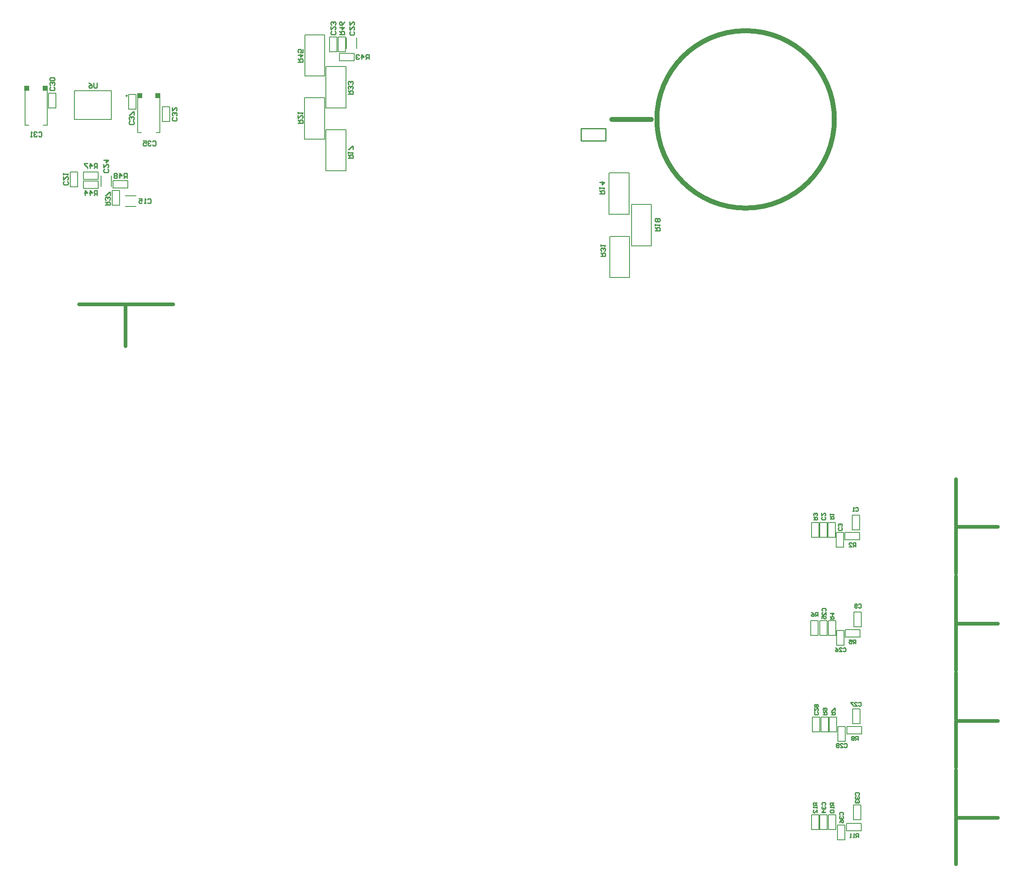
<source format=gbr>
%TF.GenerationSoftware,Altium Limited,Altium Designer,24.7.2 (38)*%
G04 Layer_Color=32896*
%FSLAX43Y43*%
%MOMM*%
%TF.SameCoordinates,3DDE4B3C-03A5-4BC3-9972-2EF5A5DF1AA7*%
%TF.FilePolarity,Positive*%
%TF.FileFunction,Legend,Bot*%
%TF.Part,Single*%
G01*
G75*
%TA.AperFunction,NonConductor*%
%ADD79C,0.250*%
%ADD80C,1.016*%
%ADD81C,0.200*%
%ADD82C,0.762*%
%ADD83C,0.254*%
%ADD84R,1.000X1.000*%
%ADD85R,1.000X1.000*%
D79*
X37550Y198955D02*
G03*
X37550Y198955I-125J0D01*
G01*
D80*
X164834Y212363D02*
G03*
X164954Y212363I120J-18288D01*
G01*
X164834Y212363D02*
G03*
X164954Y212363I120J-18288D01*
G01*
X137395Y194075D02*
X145523D01*
D81*
X187138Y49619D02*
Y52667D01*
X188662D01*
X187138Y49619D02*
X188662D01*
Y52667D01*
X181988Y47551D02*
Y50599D01*
X183512D01*
X181988Y47551D02*
X183512D01*
Y50599D01*
X180037Y47551D02*
Y50599D01*
X178513Y47551D02*
X180037D01*
X178513Y50599D02*
X180037D01*
X178513Y47551D02*
Y50599D01*
X183966Y65764D02*
Y68812D01*
X185490D01*
X183966Y65764D02*
X185490D01*
Y68812D01*
X185776Y47333D02*
X188824D01*
X185776D02*
Y48857D01*
X188824Y47333D02*
Y48857D01*
X185776D02*
X188824D01*
X186988Y69441D02*
Y72489D01*
X188512D01*
X186988Y69441D02*
X188512D01*
Y72489D01*
X182037Y67776D02*
Y70824D01*
X180513Y67776D02*
X182037D01*
X180513Y70824D02*
X182037D01*
X180513Y67776D02*
Y70824D01*
X182213Y67776D02*
Y70824D01*
X183737D01*
X182213Y67776D02*
X183737D01*
Y70824D01*
X185801Y67333D02*
X188849D01*
X185801D02*
Y68857D01*
X188849Y67333D02*
Y68857D01*
X185801D02*
X188849D01*
X181990Y87676D02*
Y90724D01*
X183514D01*
X181990Y87676D02*
X183514D01*
Y90724D01*
X185476Y87333D02*
X188524D01*
X185476D02*
Y88857D01*
X188524Y87333D02*
Y88857D01*
X185476D02*
X188524D01*
X186938Y109401D02*
Y112449D01*
X188462D01*
X186938Y109401D02*
X188462D01*
Y112449D01*
X183915Y45453D02*
Y48501D01*
X185439D01*
X183915Y45453D02*
X185439D01*
Y48501D01*
X179862Y87676D02*
Y90724D01*
X178338Y87676D02*
X179862D01*
X178338Y90724D02*
X179862D01*
X178338Y87676D02*
Y90724D01*
X187238Y89441D02*
Y92489D01*
X188762D01*
X187238Y89441D02*
X188762D01*
Y92489D01*
X183713Y85601D02*
Y88649D01*
X185237D01*
X183713Y85601D02*
X185237D01*
Y88649D01*
X180213Y87676D02*
Y90724D01*
X181737D01*
X180213Y87676D02*
X181737D01*
Y90724D01*
X180263Y47551D02*
Y50599D01*
X181787D01*
X180263Y47551D02*
X181787D01*
Y50599D01*
X178738Y67776D02*
Y70824D01*
X180262D01*
X178738Y67776D02*
X180262D01*
Y70824D01*
X180087Y107877D02*
Y110925D01*
X178563Y107877D02*
X180087D01*
X178563Y110925D02*
X180087D01*
X178563Y107877D02*
Y110925D01*
X180246Y107877D02*
Y110925D01*
X181770D01*
X180246Y107877D02*
X181770D01*
Y110925D01*
X181963Y107877D02*
Y110925D01*
X183487D01*
X181963Y107877D02*
X183487D01*
Y110925D01*
X185414Y107333D02*
X188462D01*
X185414D02*
Y108857D01*
X188462Y107333D02*
Y108857D01*
X185414D02*
X188462D01*
X183664Y105809D02*
Y108857D01*
X185188D01*
X183664Y105809D02*
X185188D01*
Y108857D01*
X26650Y200025D02*
X34250D01*
X26650Y194075D02*
Y200025D01*
Y194075D02*
X34250D01*
Y200025D01*
X136975Y161450D02*
Y169975D01*
X137025D02*
X141075D01*
X136975Y161450D02*
X141075D01*
Y169975D01*
X78500Y196475D02*
Y205000D01*
X82600D01*
X78500Y196475D02*
X82550D01*
X82600D02*
Y205000D01*
X78500Y183439D02*
Y191964D01*
X82600D01*
X78500Y183439D02*
X82550D01*
X82600D02*
Y191964D01*
X44275Y191350D02*
Y198650D01*
X43475D02*
X44275D01*
X39675Y191350D02*
Y198650D01*
X43475Y191350D02*
X44275D01*
X39675Y198650D02*
X40475D01*
X39675Y191350D02*
X40475D01*
X81251Y206213D02*
X84299D01*
X81251D02*
Y207737D01*
X84299Y206213D02*
Y207737D01*
X81251D02*
X84299D01*
X79238Y208001D02*
Y211049D01*
X80762D01*
X79238Y208001D02*
X80762D01*
Y211049D01*
X82700Y208675D02*
Y210875D01*
X84850Y208675D02*
Y210875D01*
X74071Y189989D02*
Y198514D01*
X78171D01*
X74071Y189989D02*
X78121D01*
X78171D02*
Y198514D01*
X74125Y203000D02*
Y211525D01*
X78225D01*
X74125Y203000D02*
X78175D01*
X78225D02*
Y211525D01*
X82537Y208001D02*
Y211049D01*
X81013Y208001D02*
X82537D01*
X81013Y211049D02*
X82537D01*
X81013Y208001D02*
Y211049D01*
X21338Y196461D02*
Y199509D01*
X22862D01*
X21338Y196461D02*
X22862D01*
Y199509D01*
X46312Y193651D02*
Y196699D01*
X44788Y193651D02*
X46312D01*
X44788Y196699D02*
X46312D01*
X44788Y193651D02*
Y196699D01*
X37863Y196222D02*
Y199270D01*
X39387D01*
X37863Y196222D02*
X39387D01*
Y199270D01*
X21050Y192850D02*
Y200150D01*
X20250D02*
X21050D01*
X16450Y192850D02*
Y200150D01*
X20250Y192850D02*
X21050D01*
X16450Y200150D02*
X17250D01*
X16450Y192850D02*
X17250D01*
X140941Y174517D02*
Y183042D01*
X136841Y174517D02*
X140941D01*
X136891Y183042D02*
X140941D01*
X136841Y174517D02*
Y183042D01*
X145550Y167975D02*
Y176500D01*
X141450Y167975D02*
X145550D01*
X141500Y176500D02*
X145550D01*
X141450Y167975D02*
Y176500D01*
X32115Y180290D02*
Y182490D01*
X34265Y180290D02*
Y182490D01*
X28486Y181728D02*
X31534D01*
X28486D02*
Y183252D01*
X31534Y181728D02*
Y183252D01*
X28486D02*
X31534D01*
X37123Y178275D02*
X39323D01*
X37123Y176125D02*
X39323D01*
X34413Y176351D02*
Y179399D01*
X35937D01*
X34413Y176351D02*
X35937D01*
Y179399D01*
X25798Y180204D02*
Y183252D01*
X27322D01*
X25798Y180204D02*
X27322D01*
Y183252D01*
X34596Y181412D02*
X37644D01*
Y179888D02*
Y181412D01*
X34596Y179888D02*
Y181412D01*
Y179888D02*
X37644D01*
X28486Y181402D02*
X31534D01*
Y179878D02*
Y181402D01*
X28486Y179878D02*
Y181402D01*
Y179878D02*
X31534D01*
D82*
X208255Y50381D02*
Y59906D01*
Y50051D02*
X216891D01*
X208255Y40475D02*
Y50051D01*
Y70381D02*
Y79906D01*
Y70051D02*
X216891D01*
X208255Y60475D02*
Y70051D01*
Y90381D02*
Y99906D01*
Y90051D02*
X216891D01*
X208255Y80475D02*
Y90051D01*
Y110381D02*
Y119906D01*
Y110051D02*
X216891D01*
X208255Y100475D02*
Y110051D01*
X27555Y155975D02*
X37131D01*
Y147339D02*
Y155975D01*
X37461D02*
X46986D01*
D83*
X136090Y189630D02*
Y192170D01*
X131010D02*
X136090D01*
X131010Y189630D02*
Y192170D01*
Y189630D02*
X136090D01*
X179675Y53100D02*
X178875D01*
Y52700D01*
X179008Y52567D01*
X179275D01*
X179408Y52700D01*
Y53100D01*
Y52833D02*
X179675Y52567D01*
Y52300D02*
Y52033D01*
Y52167D01*
X178875D01*
X179008Y52300D01*
X179675Y51100D02*
Y51633D01*
X179142Y51100D01*
X179008D01*
X178875Y51234D01*
Y51500D01*
X179008Y51633D01*
X188166Y45978D02*
Y46777D01*
X187766D01*
X187633Y46644D01*
Y46377D01*
X187766Y46244D01*
X188166D01*
X187900D02*
X187633Y45978D01*
X187367D02*
X187100D01*
X187233D01*
Y46777D01*
X187367Y46644D01*
X186700Y45978D02*
X186434D01*
X186567D01*
Y46777D01*
X186700Y46644D01*
X183150Y53100D02*
X182350D01*
Y52700D01*
X182484Y52567D01*
X182750D01*
X182883Y52700D01*
Y53100D01*
Y52833D02*
X183150Y52567D01*
Y52300D02*
Y52033D01*
Y52167D01*
X182350D01*
X182484Y52300D01*
Y51633D02*
X182350Y51500D01*
Y51234D01*
X182484Y51100D01*
X183017D01*
X183150Y51234D01*
Y51500D01*
X183017Y51633D01*
X182484D01*
X180875Y71334D02*
X181675D01*
Y71733D01*
X181542Y71867D01*
X181275D01*
X181142Y71733D01*
Y71334D01*
Y71600D02*
X180875Y71867D01*
X181008Y72133D02*
X180875Y72267D01*
Y72533D01*
X181008Y72666D01*
X181542D01*
X181675Y72533D01*
Y72267D01*
X181542Y72133D01*
X181408D01*
X181275Y72267D01*
Y72666D01*
X188092Y66020D02*
Y66820D01*
X187692D01*
X187558Y66687D01*
Y66420D01*
X187692Y66287D01*
X188092D01*
X187825D02*
X187558Y66020D01*
X187292Y66687D02*
X187159Y66820D01*
X186892D01*
X186759Y66687D01*
Y66553D01*
X186892Y66420D01*
X186759Y66287D01*
Y66154D01*
X186892Y66020D01*
X187159D01*
X187292Y66154D01*
Y66287D01*
X187159Y66420D01*
X187292Y66553D01*
Y66687D01*
X187159Y66420D02*
X186892D01*
X182575Y71299D02*
X183375D01*
Y71699D01*
X183242Y71832D01*
X182975D01*
X182842Y71699D01*
Y71299D01*
Y71565D02*
X182575Y71832D01*
X183375Y72098D02*
Y72632D01*
X183242D01*
X182708Y72098D01*
X182575D01*
X179818Y91588D02*
Y92388D01*
X179418D01*
X179285Y92254D01*
Y91988D01*
X179418Y91855D01*
X179818D01*
X179551D02*
X179285Y91588D01*
X178485Y92388D02*
X178752Y92254D01*
X179018Y91988D01*
Y91721D01*
X178885Y91588D01*
X178618D01*
X178485Y91721D01*
Y91855D01*
X178618Y91988D01*
X179018D01*
X187617Y85945D02*
Y86745D01*
X187217D01*
X187083Y86612D01*
Y86345D01*
X187217Y86212D01*
X187617D01*
X187350D02*
X187083Y85945D01*
X186284Y86745D02*
X186817D01*
Y86345D01*
X186550Y86478D01*
X186417D01*
X186284Y86345D01*
Y86078D01*
X186417Y85945D01*
X186684D01*
X186817Y86078D01*
X182353Y90984D02*
X183152D01*
Y91383D01*
X183019Y91517D01*
X182752D01*
X182619Y91383D01*
Y90984D01*
Y91250D02*
X182353Y91517D01*
Y92183D02*
X183152D01*
X182752Y91783D01*
Y92316D01*
X178925Y111518D02*
X179725D01*
Y111918D01*
X179591Y112052D01*
X179325D01*
X179192Y111918D01*
Y111518D01*
Y111785D02*
X178925Y112052D01*
X179591Y112318D02*
X179725Y112451D01*
Y112718D01*
X179591Y112851D01*
X179458D01*
X179325Y112718D01*
Y112585D01*
Y112718D01*
X179192Y112851D01*
X179058D01*
X178925Y112718D01*
Y112451D01*
X179058Y112318D01*
X187604Y105933D02*
Y106733D01*
X187205D01*
X187071Y106600D01*
Y106333D01*
X187205Y106200D01*
X187604D01*
X187338D02*
X187071Y105933D01*
X186272D02*
X186805D01*
X186272Y106466D01*
Y106600D01*
X186405Y106733D01*
X186671D01*
X186805Y106600D01*
X182325Y111652D02*
X183125D01*
Y112052D01*
X182991Y112185D01*
X182725D01*
X182592Y112052D01*
Y111652D01*
Y111918D02*
X182325Y112185D01*
Y112451D02*
Y112718D01*
Y112585D01*
X183125D01*
X182991Y112451D01*
X184411Y50608D02*
X184278Y50742D01*
Y51008D01*
X184411Y51141D01*
X184944D01*
X185077Y51008D01*
Y50742D01*
X184944Y50608D01*
X184411Y50342D02*
X184278Y50208D01*
Y49942D01*
X184411Y49808D01*
X184544D01*
X184677Y49942D01*
Y50075D01*
Y49942D01*
X184811Y49808D01*
X184944D01*
X185077Y49942D01*
Y50208D01*
X184944Y50342D01*
X184278Y49009D02*
X184411Y49275D01*
X184677Y49542D01*
X184944D01*
X185077Y49409D01*
Y49142D01*
X184944Y49009D01*
X184811D01*
X184677Y49142D01*
Y49542D01*
X180759Y52633D02*
X180625Y52766D01*
Y53033D01*
X180759Y53166D01*
X181292D01*
X181425Y53033D01*
Y52766D01*
X181292Y52633D01*
X180759Y52367D02*
X180625Y52233D01*
Y51967D01*
X180759Y51833D01*
X180892D01*
X181025Y51967D01*
Y52100D01*
Y51967D01*
X181158Y51833D01*
X181292D01*
X181425Y51967D01*
Y52233D01*
X181292Y52367D01*
X181425Y51167D02*
X180625D01*
X181025Y51567D01*
Y51034D01*
X187684Y54696D02*
X187550Y54829D01*
Y55096D01*
X187684Y55229D01*
X188217D01*
X188350Y55096D01*
Y54829D01*
X188217Y54696D01*
X187684Y54430D02*
X187550Y54296D01*
Y54030D01*
X187684Y53896D01*
X187817D01*
X187950Y54030D01*
Y54163D01*
Y54030D01*
X188083Y53896D01*
X188217D01*
X188350Y54030D01*
Y54296D01*
X188217Y54430D01*
X187684Y53630D02*
X187550Y53497D01*
Y53230D01*
X187684Y53097D01*
X187817D01*
X187950Y53230D01*
Y53363D01*
Y53230D01*
X188083Y53097D01*
X188217D01*
X188350Y53230D01*
Y53497D01*
X188217Y53630D01*
X185262Y65222D02*
X185395Y65355D01*
X185662D01*
X185795Y65222D01*
Y64688D01*
X185662Y64555D01*
X185395D01*
X185262Y64688D01*
X184462Y64555D02*
X184995D01*
X184462Y65088D01*
Y65222D01*
X184595Y65355D01*
X184862D01*
X184995Y65222D01*
X184195Y64688D02*
X184062Y64555D01*
X183796D01*
X183662Y64688D01*
Y65222D01*
X183796Y65355D01*
X184062D01*
X184195Y65222D01*
Y65088D01*
X184062Y64955D01*
X183662D01*
X179767Y71817D02*
X179900Y71684D01*
Y71417D01*
X179767Y71284D01*
X179233D01*
X179100Y71417D01*
Y71684D01*
X179233Y71817D01*
X179100Y72617D02*
Y72083D01*
X179633Y72617D01*
X179767D01*
X179900Y72483D01*
Y72217D01*
X179767Y72083D01*
Y72883D02*
X179900Y73016D01*
Y73283D01*
X179767Y73416D01*
X179633D01*
X179500Y73283D01*
X179367Y73416D01*
X179233D01*
X179100Y73283D01*
Y73016D01*
X179233Y72883D01*
X179367D01*
X179500Y73016D01*
X179633Y72883D01*
X179767D01*
X179500Y73016D02*
Y73283D01*
X188183Y73742D02*
X188316Y73875D01*
X188583D01*
X188716Y73742D01*
Y73208D01*
X188583Y73075D01*
X188316D01*
X188183Y73208D01*
X187383Y73075D02*
X187917D01*
X187383Y73608D01*
Y73742D01*
X187517Y73875D01*
X187783D01*
X187917Y73742D01*
X187117Y73875D02*
X186584D01*
Y73742D01*
X187117Y73208D01*
Y73075D01*
X185033Y84967D02*
X185166Y85100D01*
X185433D01*
X185566Y84967D01*
Y84433D01*
X185433Y84300D01*
X185166D01*
X185033Y84433D01*
X184233Y84300D02*
X184767D01*
X184233Y84833D01*
Y84967D01*
X184367Y85100D01*
X184633D01*
X184767Y84967D01*
X183434Y85100D02*
X183700Y84967D01*
X183967Y84700D01*
Y84433D01*
X183834Y84300D01*
X183567D01*
X183434Y84433D01*
Y84567D01*
X183567Y84700D01*
X183967D01*
X180834Y92683D02*
X180700Y92816D01*
Y93083D01*
X180834Y93216D01*
X181367D01*
X181500Y93083D01*
Y92816D01*
X181367Y92683D01*
X181500Y91883D02*
Y92417D01*
X180967Y91883D01*
X180834D01*
X180700Y92017D01*
Y92283D01*
X180834Y92417D01*
X180700Y91084D02*
Y91617D01*
X181100D01*
X180967Y91350D01*
Y91217D01*
X181100Y91084D01*
X181367D01*
X181500Y91217D01*
Y91484D01*
X181367Y91617D01*
X188200Y94007D02*
X188334Y94140D01*
X188600D01*
X188733Y94007D01*
Y93474D01*
X188600Y93341D01*
X188334D01*
X188200Y93474D01*
X187934D02*
X187800Y93341D01*
X187534D01*
X187400Y93474D01*
Y94007D01*
X187534Y94140D01*
X187800D01*
X187934Y94007D01*
Y93874D01*
X187800Y93740D01*
X187400D01*
X184693Y109868D02*
X184826Y109734D01*
Y109468D01*
X184693Y109335D01*
X184160D01*
X184027Y109468D01*
Y109734D01*
X184160Y109868D01*
X184693Y110134D02*
X184826Y110268D01*
Y110534D01*
X184693Y110667D01*
X184560D01*
X184426Y110534D01*
Y110401D01*
Y110534D01*
X184293Y110667D01*
X184160D01*
X184027Y110534D01*
Y110268D01*
X184160Y110134D01*
X181275Y112052D02*
X181408Y111918D01*
Y111652D01*
X181275Y111518D01*
X180741D01*
X180608Y111652D01*
Y111918D01*
X180741Y112052D01*
X180608Y112851D02*
Y112318D01*
X181141Y112851D01*
X181275D01*
X181408Y112718D01*
Y112451D01*
X181275Y112318D01*
X187575Y113917D02*
X187708Y114050D01*
X187975D01*
X188108Y113917D01*
Y113383D01*
X187975Y113250D01*
X187708D01*
X187575Y113383D01*
X187308Y113250D02*
X187042D01*
X187175D01*
Y114050D01*
X187308Y113917D01*
X31283Y201600D02*
Y200767D01*
X31116Y200600D01*
X30783D01*
X30617Y200767D01*
Y201600D01*
X29617D02*
X29950Y201433D01*
X30283Y201100D01*
Y200767D01*
X30117Y200600D01*
X29784D01*
X29617Y200767D01*
Y200933D01*
X29784Y201100D01*
X30283D01*
X37453Y181990D02*
Y182990D01*
X36953D01*
X36786Y182823D01*
Y182490D01*
X36953Y182323D01*
X37453D01*
X37120D02*
X36786Y181990D01*
X35953D02*
Y182990D01*
X36453Y182490D01*
X35787D01*
X35454Y182823D02*
X35287Y182990D01*
X34954D01*
X34787Y182823D01*
Y182657D01*
X34954Y182490D01*
X34787Y182323D01*
Y182157D01*
X34954Y181990D01*
X35287D01*
X35454Y182157D01*
Y182323D01*
X35287Y182490D01*
X35454Y182657D01*
Y182823D01*
X35287Y182490D02*
X34954D01*
X31343Y183975D02*
Y184975D01*
X30843D01*
X30676Y184808D01*
Y184475D01*
X30843Y184308D01*
X31343D01*
X31010D02*
X30676Y183975D01*
X29843D02*
Y184975D01*
X30343Y184475D01*
X29677D01*
X29344Y184975D02*
X28677D01*
Y184808D01*
X29344Y184142D01*
Y183975D01*
X81275Y211567D02*
X82275D01*
Y212067D01*
X82108Y212234D01*
X81775D01*
X81608Y212067D01*
Y211567D01*
Y211900D02*
X81275Y212234D01*
Y213067D02*
X82275D01*
X81775Y212567D01*
Y213233D01*
X82275Y214233D02*
X82108Y213900D01*
X81775Y213566D01*
X81442D01*
X81275Y213733D01*
Y214066D01*
X81442Y214233D01*
X81608D01*
X81775Y214066D01*
Y213566D01*
X72725Y205892D02*
X73725D01*
Y206392D01*
X73558Y206559D01*
X73225D01*
X73058Y206392D01*
Y205892D01*
Y206225D02*
X72725Y206559D01*
Y207392D02*
X73725D01*
X73225Y206892D01*
Y207558D01*
X73725Y208558D02*
Y207891D01*
X73225D01*
X73392Y208225D01*
Y208391D01*
X73225Y208558D01*
X72892D01*
X72725Y208391D01*
Y208058D01*
X72892Y207891D01*
X31343Y178375D02*
Y179375D01*
X30843D01*
X30676Y179208D01*
Y178875D01*
X30843Y178708D01*
X31343D01*
X31010D02*
X30676Y178375D01*
X29843D02*
Y179375D01*
X30343Y178875D01*
X29677D01*
X28844Y178375D02*
Y179375D01*
X29344Y178875D01*
X28677D01*
X87324Y206475D02*
Y207475D01*
X86824D01*
X86658Y207308D01*
Y206975D01*
X86824Y206808D01*
X87324D01*
X86991D02*
X86658Y206475D01*
X85825D02*
Y207475D01*
X86324Y206975D01*
X85658D01*
X85325Y207308D02*
X85158Y207475D01*
X84825D01*
X84658Y207308D01*
Y207141D01*
X84825Y206975D01*
X84991D01*
X84825D01*
X84658Y206808D01*
Y206642D01*
X84825Y206475D01*
X85158D01*
X85325Y206642D01*
X32980Y176417D02*
X33980D01*
Y176917D01*
X33813Y177084D01*
X33480D01*
X33313Y176917D01*
Y176417D01*
Y176750D02*
X32980Y177084D01*
X33813Y177417D02*
X33980Y177583D01*
Y177917D01*
X33813Y178083D01*
X33647D01*
X33480Y177917D01*
Y177750D01*
Y177917D01*
X33313Y178083D01*
X33147D01*
X32980Y177917D01*
Y177583D01*
X33147Y177417D01*
X33980Y178416D02*
Y179083D01*
X33813D01*
X33147Y178416D01*
X32980D01*
X83025Y199292D02*
X84025D01*
Y199792D01*
X83858Y199959D01*
X83525D01*
X83358Y199792D01*
Y199292D01*
Y199625D02*
X83025Y199959D01*
X83858Y200292D02*
X84025Y200458D01*
Y200792D01*
X83858Y200958D01*
X83692D01*
X83525Y200792D01*
Y200625D01*
Y200792D01*
X83358Y200958D01*
X83192D01*
X83025Y200792D01*
Y200458D01*
X83192Y200292D01*
X83858Y201291D02*
X84025Y201458D01*
Y201791D01*
X83858Y201958D01*
X83692D01*
X83525Y201791D01*
Y201625D01*
Y201791D01*
X83358Y201958D01*
X83192D01*
X83025Y201791D01*
Y201458D01*
X83192Y201291D01*
X135075Y165909D02*
X136075D01*
Y166409D01*
X135908Y166575D01*
X135575D01*
X135408Y166409D01*
Y165909D01*
Y166242D02*
X135075Y166575D01*
X135908Y166908D02*
X136075Y167075D01*
Y167408D01*
X135908Y167575D01*
X135742D01*
X135575Y167408D01*
Y167242D01*
Y167408D01*
X135408Y167575D01*
X135242D01*
X135075Y167408D01*
Y167075D01*
X135242Y166908D01*
X135075Y167908D02*
Y168241D01*
Y168075D01*
X136075D01*
X135908Y167908D01*
X72725Y193284D02*
X73725D01*
Y193784D01*
X73558Y193950D01*
X73225D01*
X73058Y193784D01*
Y193284D01*
Y193617D02*
X72725Y193950D01*
Y194950D02*
Y194283D01*
X73392Y194950D01*
X73558D01*
X73725Y194783D01*
Y194450D01*
X73558Y194283D01*
X72725Y195283D02*
Y195616D01*
Y195450D01*
X73725D01*
X73558Y195283D01*
X146300Y171125D02*
X147300D01*
Y171625D01*
X147133Y171792D01*
X146800D01*
X146633Y171625D01*
Y171125D01*
Y171459D02*
X146300Y171792D01*
Y172125D02*
Y172458D01*
Y172292D01*
X147300D01*
X147133Y172125D01*
Y172958D02*
X147300Y173125D01*
Y173458D01*
X147133Y173625D01*
X146967D01*
X146800Y173458D01*
X146633Y173625D01*
X146467D01*
X146300Y173458D01*
Y173125D01*
X146467Y172958D01*
X146633D01*
X146800Y173125D01*
X146967Y172958D01*
X147133D01*
X146800Y173125D02*
Y173458D01*
X83075Y186075D02*
X84075D01*
Y186575D01*
X83908Y186742D01*
X83575D01*
X83408Y186575D01*
Y186075D01*
Y186409D02*
X83075Y186742D01*
Y187075D02*
Y187408D01*
Y187242D01*
X84075D01*
X83908Y187075D01*
X84075Y187908D02*
Y188575D01*
X83908D01*
X83242Y187908D01*
X83075D01*
X134836Y178770D02*
X135835D01*
Y179269D01*
X135669Y179436D01*
X135336D01*
X135169Y179269D01*
Y178770D01*
Y179103D02*
X134836Y179436D01*
Y179769D02*
Y180102D01*
Y179936D01*
X135835D01*
X135669Y179769D01*
X134836Y181102D02*
X135835D01*
X135336Y180602D01*
Y181269D01*
X38730Y193684D02*
X38897Y193518D01*
Y193185D01*
X38730Y193018D01*
X38064D01*
X37897Y193185D01*
Y193518D01*
X38064Y193684D01*
X38730Y194018D02*
X38897Y194184D01*
Y194518D01*
X38730Y194684D01*
X38564D01*
X38397Y194518D01*
Y194351D01*
Y194518D01*
X38231Y194684D01*
X38064D01*
X37897Y194518D01*
Y194184D01*
X38064Y194018D01*
X38897Y195017D02*
Y195684D01*
X38730D01*
X38064Y195017D01*
X37897D01*
X42766Y189508D02*
X42933Y189675D01*
X43266D01*
X43433Y189508D01*
Y188842D01*
X43266Y188675D01*
X42933D01*
X42766Y188842D01*
X42433Y189508D02*
X42267Y189675D01*
X41933D01*
X41767Y189508D01*
Y189342D01*
X41933Y189175D01*
X42100D01*
X41933D01*
X41767Y189008D01*
Y188842D01*
X41933Y188675D01*
X42267D01*
X42433Y188842D01*
X40767Y189675D02*
X41434D01*
Y189175D01*
X41100Y189342D01*
X40934D01*
X40767Y189175D01*
Y188842D01*
X40934Y188675D01*
X41267D01*
X41434Y188842D01*
X47608Y194509D02*
X47775Y194342D01*
Y194009D01*
X47608Y193842D01*
X46942D01*
X46775Y194009D01*
Y194342D01*
X46942Y194509D01*
X47608Y194842D02*
X47775Y195008D01*
Y195342D01*
X47608Y195508D01*
X47442D01*
X47275Y195342D01*
Y195175D01*
Y195342D01*
X47108Y195508D01*
X46942D01*
X46775Y195342D01*
Y195008D01*
X46942Y194842D01*
X46775Y196508D02*
Y195841D01*
X47442Y196508D01*
X47608D01*
X47775Y196341D01*
Y196008D01*
X47608Y195841D01*
X19250Y191333D02*
X19416Y191500D01*
X19750D01*
X19916Y191333D01*
Y190667D01*
X19750Y190500D01*
X19416D01*
X19250Y190667D01*
X18917Y191333D02*
X18750Y191500D01*
X18417D01*
X18250Y191333D01*
Y191167D01*
X18417Y191000D01*
X18583D01*
X18417D01*
X18250Y190833D01*
Y190667D01*
X18417Y190500D01*
X18750D01*
X18917Y190667D01*
X17917Y190500D02*
X17584D01*
X17750D01*
Y191500D01*
X17917Y191333D01*
X22408Y200734D02*
X22575Y200567D01*
Y200234D01*
X22408Y200067D01*
X21742D01*
X21575Y200234D01*
Y200567D01*
X21742Y200734D01*
X22408Y201067D02*
X22575Y201233D01*
Y201567D01*
X22408Y201733D01*
X22242D01*
X22075Y201567D01*
Y201400D01*
Y201567D01*
X21908Y201733D01*
X21742D01*
X21575Y201567D01*
Y201233D01*
X21742Y201067D01*
X22408Y202066D02*
X22575Y202233D01*
Y202566D01*
X22408Y202733D01*
X21742D01*
X21575Y202566D01*
Y202233D01*
X21742Y202066D01*
X22408D01*
X33523Y183809D02*
X33690Y183642D01*
Y183309D01*
X33523Y183142D01*
X32857D01*
X32690Y183309D01*
Y183642D01*
X32857Y183809D01*
X32690Y184808D02*
Y184142D01*
X33357Y184808D01*
X33523D01*
X33690Y184642D01*
Y184308D01*
X33523Y184142D01*
X32690Y185641D02*
X33690D01*
X33190Y185141D01*
Y185808D01*
X80333Y212234D02*
X80500Y212067D01*
Y211734D01*
X80333Y211567D01*
X79666D01*
X79500Y211734D01*
Y212067D01*
X79666Y212234D01*
X79500Y213233D02*
Y212567D01*
X80166Y213233D01*
X80333D01*
X80500Y213067D01*
Y212733D01*
X80333Y212567D01*
Y213566D02*
X80500Y213733D01*
Y214066D01*
X80333Y214233D01*
X80166D01*
X80000Y214066D01*
Y213900D01*
Y214066D01*
X79833Y214233D01*
X79666D01*
X79500Y214066D01*
Y213733D01*
X79666Y213566D01*
X84183Y212209D02*
X84350Y212042D01*
Y211709D01*
X84183Y211542D01*
X83517D01*
X83350Y211709D01*
Y212042D01*
X83517Y212209D01*
X83350Y213208D02*
Y212542D01*
X84017Y213208D01*
X84183D01*
X84350Y213042D01*
Y212708D01*
X84183Y212542D01*
X83350Y214208D02*
Y213541D01*
X84017Y214208D01*
X84183D01*
X84350Y214041D01*
Y213708D01*
X84183Y213541D01*
X25193Y181275D02*
X25360Y181109D01*
Y180775D01*
X25193Y180609D01*
X24527D01*
X24360Y180775D01*
Y181109D01*
X24527Y181275D01*
X24360Y182275D02*
Y181608D01*
X25027Y182275D01*
X25193D01*
X25360Y182108D01*
Y181775D01*
X25193Y181608D01*
X24360Y182608D02*
Y182941D01*
Y182775D01*
X25360D01*
X25193Y182608D01*
X41741Y177583D02*
X41908Y177750D01*
X42241D01*
X42408Y177583D01*
Y176917D01*
X42241Y176750D01*
X41908D01*
X41741Y176917D01*
X41408Y176750D02*
X41075D01*
X41241D01*
Y177750D01*
X41408Y177583D01*
X39908Y177750D02*
X40575D01*
Y177250D01*
X40242Y177417D01*
X40075D01*
X39908Y177250D01*
Y176917D01*
X40075Y176750D01*
X40408D01*
X40575Y176917D01*
D84*
X40075Y199000D02*
D03*
X16850Y200500D02*
D03*
D85*
X43875Y199000D02*
D03*
X20650Y200500D02*
D03*
%TF.MD5,1947371fbad0a9cd200464572b296c03*%
M02*

</source>
